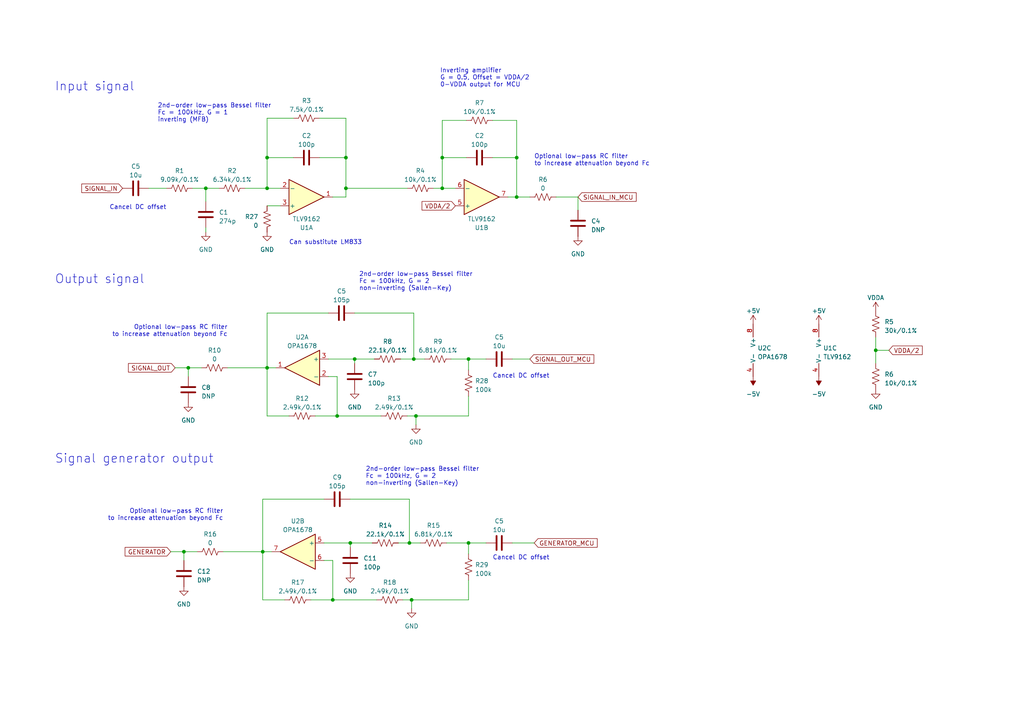
<source format=kicad_sch>
(kicad_sch (version 20230121) (generator eeschema)
  (paper "A4")
  (title_block (title "DSP PAW add-on board") (date "2023-09-04") (rev "2") (company "bitgloo") (comment 1 "Released under the CERN Open Hardware Licence Version 2 - Strongly Reciprocal"))
  (lib_symbols
    (symbol "Amplifier_Operational:TLV9062xD" (pin_names (offset 0.127))
      (property "Reference" "U" (at 2.54 6.35 0))
      (property "Value" "TLV9062xD" (at 2.54 3.81 0))
      (symbol "TLV9062xD_1_1"
        (polyline (pts (xy 5.08 0) (xy -5.08 5.08) (xy -5.08 -5.08) (xy 5.08 0)) (stroke (width 0.254)) (fill (type background)))
        (pin output line (at 7.62 0 180) (length 2.54) (name "~") (number "1"))
        (pin input line (at -7.62 -2.54 0) (length 2.54) (name "-") (number "2"))
        (pin input line (at -7.62 2.54 0) (length 2.54) (name "+") (number "3"))
      )
      (symbol "TLV9062xD_2_1"
        (polyline (pts (xy 5.08 0) (xy -5.08 5.08) (xy -5.08 -5.08) (xy 5.08 0)) (stroke (width 0.254)) (fill (type background)))
        (pin input line (at -7.62 2.54 0) (length 2.54) (name "+") (number "5"))
        (pin input line (at -7.62 -2.54 0) (length 2.54) (name "-") (number "6"))
        (pin output line (at 7.62 0 180) (length 2.54) (name "~") (number "7"))
      )
      (symbol "TLV9062xD_3_1"
        (pin power_in line (at 0 -7.62 90) (length 3.81) (name "V-") (number "4"))
        (pin power_in line (at 0 7.62 270) (length 3.81) (name "V+") (number "8"))
      )
    )
    (symbol "Device:C" (pin_numbers hide) (pin_names (offset 0.254))
      (property "Reference" "C" (at 0.635 2.54 0))
      (property "Value" "C" (at 0.635 -2.54 0))
      (symbol "C_0_1"
        (polyline (pts (xy -2.032 -0.762) (xy 2.032 -0.762)) (stroke (width 0.508)))
        (polyline (pts (xy -2.032 0.762) (xy 2.032 0.762)) (stroke (width 0.508)))
      )
      (symbol "C_1_1"
        (pin passive line (at 0 3.81 270) (length 2.794) (name "~") (number "1"))
        (pin passive line (at 0 -3.81 90) (length 2.794) (name "~") (number "2"))
      )
    )
    (symbol "Device:R_US" (pin_numbers hide) (pin_names (offset 0))
      (property "Reference" "R" (at 2.54 0 90))
      (property "Value" "R_US" (at -2.54 0 90))
      (symbol "R_US_0_1"
        (polyline (pts (xy 0 -2.286) (xy 0 -2.54)))
        (polyline (pts (xy 0 2.286) (xy 0 2.54)))
        (polyline (pts (xy 0 -0.762) (xy 1.016 -1.143) (xy 0 -1.524) (xy -1.016 -1.905) (xy 0 -2.286)))
        (polyline (pts (xy 0 0.762) (xy 1.016 0.381) (xy 0 0) (xy -1.016 -0.381) (xy 0 -0.762)))
        (polyline (pts (xy 0 2.286) (xy 1.016 1.905) (xy 0 1.524) (xy -1.016 1.143) (xy 0 0.762)))
      )
      (symbol "R_US_1_1"
        (pin passive line (at 0 3.81 270) (length 1.27) (name "~") (number "1"))
        (pin passive line (at 0 -3.81 90) (length 1.27) (name "~") (number "2"))
      )
    )
    (symbol "power:+5V" (power) (pin_names (offset 0))
      (property "Value" "+5V" (at 0 3.556 0))
      (symbol "+5V_0_1"
        (polyline (pts (xy -0.762 1.27) (xy 0 2.54)))
        (polyline (pts (xy 0 0) (xy 0 2.54)))
        (polyline (pts (xy 0 2.54) (xy 0.762 1.27)))
      )
      (symbol "+5V_1_1"
        (pin power_in line (at 0 0 90) (length 0) hide (name "+5V") (number "1"))
      )
    )
    (symbol "power:-5V" (power) (pin_names (offset 0))
      (property "Value" "-5V" (at 0 3.81 0))
      (symbol "-5V_0_0"
        (pin power_in line (at 0 0 90) (length 0) hide (name "-5V") (number "1"))
      )
      (symbol "-5V_0_1"
        (polyline (pts (xy 0 0) (xy 0 1.27) (xy 0.762 1.27) (xy 0 2.54) (xy -0.762 1.27) (xy 0 1.27)) (fill (type outline)))
      )
    )
    (symbol "power:GND" (power) (pin_names (offset 0))
      (property "Value" "GND" (at 0 -3.81 0))
      (symbol "GND_0_1"
        (polyline (pts (xy 0 0) (xy 0 -1.27) (xy 1.27 -1.27) (xy 0 -2.54) (xy -1.27 -1.27) (xy 0 -1.27)))
      )
      (symbol "GND_1_1"
        (pin power_in line (at 0 0 270) (length 0) hide (name "GND") (number "1"))
      )
    )
    (symbol "power:VDDA" (power) (pin_names (offset 0))
      (property "Value" "VDDA" (at 0 3.81 0))
      (symbol "VDDA_0_1"
        (polyline (pts (xy -0.762 1.27) (xy 0 2.54)))
        (polyline (pts (xy 0 0) (xy 0 2.54)))
        (polyline (pts (xy 0 2.54) (xy 0.762 1.27)))
      )
      (symbol "VDDA_1_1"
        (pin power_in line (at 0 0 90) (length 0) hide (name "VDDA") (number "1"))
      )
    )
  )
  (junction (at 120.015 104.14))
  (junction (at 76.2 160.02))
  (junction (at 96.52 173.99))
  (junction (at 254 101.6))
  (junction (at 77.47 45.72))
  (junction (at 120.65 120.65))
  (junction (at 119.38 173.99))
  (junction (at 102.87 104.14))
  (junction (at 77.47 106.68))
  (junction (at 100.33 45.72))
  (junction (at 149.86 57.15))
  (junction (at 54.61 106.68))
  (junction (at 97.79 120.65))
  (junction (at 101.6 157.48))
  (junction (at 128.27 45.72))
  (junction (at 135.89 157.48))
  (junction (at 128.27 54.61))
  (junction (at 77.47 54.61))
  (junction (at 149.86 45.72))
  (junction (at 135.89 104.14))
  (junction (at 53.34 160.02))
  (junction (at 118.745 157.48))
  (junction (at 100.33 54.61))
  (junction (at 59.69 54.61))
  (wire (pts (xy 57.15 160.02) (xy 53.34 160.02)))
  (wire (pts (xy 161.29 57.15) (xy 167.64 57.15)))
  (wire (pts (xy 148.59 157.48) (xy 154.94 157.48)))
  (wire (pts (xy 55.88 54.61) (xy 59.69 54.61)))
  (wire (pts (xy 147.32 57.15) (xy 149.86 57.15)))
  (wire (pts (xy 77.47 106.68) (xy 77.47 120.65)))
  (wire (pts (xy 119.38 173.99) (xy 119.38 176.53)))
  (wire (pts (xy 100.33 34.29) (xy 100.33 45.72)))
  (wire (pts (xy 43.18 54.61) (xy 48.26 54.61)))
  (wire (pts (xy 148.59 104.14) (xy 153.67 104.14)))
  (wire (pts (xy 77.47 106.68) (xy 77.47 90.805)))
  (wire (pts (xy 81.28 59.69) (xy 77.47 59.69)))
  (wire (pts (xy 135.89 104.14) (xy 135.89 107.315)))
  (wire (pts (xy 85.09 45.72) (xy 77.47 45.72)))
  (wire (pts (xy 254 101.6) (xy 254 105.41)))
  (wire (pts (xy 102.87 104.14) (xy 102.87 105.41)))
  (wire (pts (xy 58.42 106.68) (xy 54.61 106.68)))
  (wire (pts (xy 118.745 144.78) (xy 118.745 157.48)))
  (wire (pts (xy 53.34 160.02) (xy 53.34 162.56)))
  (wire (pts (xy 50.8 106.68) (xy 54.61 106.68)))
  (wire (pts (xy 118.745 157.48) (xy 121.92 157.48)))
  (wire (pts (xy 59.69 66.04) (xy 59.69 67.31)))
  (wire (pts (xy 142.875 45.72) (xy 149.86 45.72)))
  (wire (pts (xy 135.89 168.275) (xy 135.89 173.99)))
  (wire (pts (xy 101.6 157.48) (xy 107.95 157.48)))
  (wire (pts (xy 54.61 106.68) (xy 54.61 109.22)))
  (wire (pts (xy 135.89 104.14) (xy 140.97 104.14)))
  (wire (pts (xy 97.79 120.65) (xy 110.49 120.65)))
  (wire (pts (xy 64.77 160.02) (xy 76.2 160.02)))
  (wire (pts (xy 77.47 120.65) (xy 83.82 120.65)))
  (wire (pts (xy 76.2 173.99) (xy 82.55 173.99)))
  (wire (pts (xy 76.2 160.02) (xy 76.2 144.78)))
  (wire (pts (xy 101.6 157.48) (xy 101.6 158.75)))
  (wire (pts (xy 149.86 45.72) (xy 149.86 57.15)))
  (wire (pts (xy 130.81 104.14) (xy 135.89 104.14)))
  (wire (pts (xy 66.04 106.68) (xy 77.47 106.68)))
  (wire (pts (xy 120.65 123.19) (xy 120.65 120.65)))
  (wire (pts (xy 76.2 144.78) (xy 93.98 144.78)))
  (wire (pts (xy 77.47 34.29) (xy 77.47 45.72)))
  (wire (pts (xy 135.89 157.48) (xy 140.97 157.48)))
  (wire (pts (xy 129.54 157.48) (xy 135.89 157.48)))
  (wire (pts (xy 96.52 173.99) (xy 109.22 173.99)))
  (wire (pts (xy 167.64 60.96) (xy 167.64 57.15)))
  (wire (pts (xy 128.27 45.72) (xy 135.255 45.72)))
  (wire (pts (xy 128.27 54.61) (xy 132.08 54.61)))
  (wire (pts (xy 49.53 160.02) (xy 53.34 160.02)))
  (wire (pts (xy 120.015 104.14) (xy 123.19 104.14)))
  (wire (pts (xy 96.52 162.56) (xy 96.52 173.99)))
  (wire (pts (xy 119.38 173.99) (xy 116.84 173.99)))
  (wire (pts (xy 149.86 57.15) (xy 153.67 57.15)))
  (wire (pts (xy 100.33 45.72) (xy 100.33 54.61)))
  (wire (pts (xy 149.86 34.925) (xy 149.86 45.72)))
  (wire (pts (xy 254 101.6) (xy 257.81 101.6)))
  (wire (pts (xy 95.25 104.14) (xy 102.87 104.14)))
  (wire (pts (xy 96.52 57.15) (xy 100.33 57.15)))
  (wire (pts (xy 59.69 54.61) (xy 59.69 58.42)))
  (wire (pts (xy 93.98 157.48) (xy 101.6 157.48)))
  (wire (pts (xy 120.65 120.65) (xy 118.11 120.65)))
  (wire (pts (xy 76.2 160.02) (xy 78.74 160.02)))
  (wire (pts (xy 101.6 144.78) (xy 118.745 144.78)))
  (wire (pts (xy 77.47 54.61) (xy 81.28 54.61)))
  (wire (pts (xy 125.73 54.61) (xy 128.27 54.61)))
  (wire (pts (xy 100.33 54.61) (xy 100.33 57.15)))
  (wire (pts (xy 77.47 106.68) (xy 80.01 106.68)))
  (wire (pts (xy 254 97.79) (xy 254 101.6)))
  (wire (pts (xy 116.205 104.14) (xy 120.015 104.14)))
  (wire (pts (xy 95.25 109.22) (xy 97.79 109.22)))
  (wire (pts (xy 85.09 34.29) (xy 77.47 34.29)))
  (wire (pts (xy 128.27 34.925) (xy 128.27 45.72)))
  (wire (pts (xy 77.47 90.805) (xy 95.25 90.805)))
  (wire (pts (xy 115.57 157.48) (xy 118.745 157.48)))
  (wire (pts (xy 135.89 114.935) (xy 135.89 120.65)))
  (wire (pts (xy 93.98 162.56) (xy 96.52 162.56)))
  (wire (pts (xy 135.89 157.48) (xy 135.89 160.655)))
  (wire (pts (xy 71.12 54.61) (xy 77.47 54.61)))
  (wire (pts (xy 100.33 54.61) (xy 118.11 54.61)))
  (wire (pts (xy 135.89 173.99) (xy 119.38 173.99)))
  (wire (pts (xy 135.89 120.65) (xy 120.65 120.65)))
  (wire (pts (xy 102.87 104.14) (xy 108.585 104.14)))
  (wire (pts (xy 77.47 45.72) (xy 77.47 54.61)))
  (wire (pts (xy 92.71 34.29) (xy 100.33 34.29)))
  (wire (pts (xy 91.44 120.65) (xy 97.79 120.65)))
  (wire (pts (xy 128.27 45.72) (xy 128.27 54.61)))
  (wire (pts (xy 97.79 109.22) (xy 97.79 120.65)))
  (wire (pts (xy 90.17 173.99) (xy 96.52 173.99)))
  (wire (pts (xy 135.255 34.925) (xy 128.27 34.925)))
  (wire (pts (xy 59.69 54.61) (xy 63.5 54.61)))
  (wire (pts (xy 142.875 34.925) (xy 149.86 34.925)))
  (wire (pts (xy 120.015 90.805) (xy 120.015 104.14)))
  (wire (pts (xy 102.87 90.805) (xy 120.015 90.805)))
  (wire (pts (xy 76.2 160.02) (xy 76.2 173.99)))
  (wire (pts (xy 92.71 45.72) (xy 100.33 45.72)))
  (text "Cancel DC offset" (at 31.75 60.96 0) (effects (font (size 1.27 1.27)) (justify left bottom)))
  (text "2nd-order low-pass Bessel filter\nFc = 100kHz, G = 2\nnon-inverting (Sallen-Key)" (at 104.14 84.455 0) (effects (font (size 1.27 1.27)) (justify left bottom)))
  (text "Optional low-pass RC filter\nto increase attenuation beyond Fc" (at 154.94 48.26 0) (effects (font (size 1.27 1.27)) (justify left bottom)))
  (text "2nd-order low-pass Bessel filter\nFc = 100kHz, G = 1\ninverting (MFB)" (at 45.72 35.56 0) (effects (font (size 1.27 1.27)) (justify left bottom)))
  (text "Cancel DC offset" (at 142.875 162.56 0) (effects (font (size 1.27 1.27)) (justify left bottom)))
  (text "Cancel DC offset" (at 142.875 109.855 0) (effects (font (size 1.27 1.27)) (justify left bottom)))
  (text "Inverting amplifier\nG = 0.5, Offset = VDDA/2\n0-VDDA output for MCU" (at 127.635 25.4 0) (effects (font (size 1.27 1.27)) (justify left bottom)))
  (text "Can substitute LM833" (at 83.82 71.12 0) (effects (font (size 1.27 1.27)) (justify left bottom)))
  (text "Signal generator output" (at 15.875 134.62 0) (effects (font (size 2.54 2.54)) (justify left bottom)))
  (text "2nd-order low-pass Bessel filter\nFc = 100kHz, G = 2\nnon-inverting (Sallen-Key)" (at 106.045 140.97 0) (effects (font (size 1.27 1.27)) (justify left bottom)))
  (text "Optional low-pass RC filter\nto increase attenuation beyond Fc" (at 66.04 97.79 0) (effects (font (size 1.27 1.27)) (justify right bottom)))
  (text "Input signal" (at 15.875 26.67 0) (effects (font (size 2.54 2.54)) (justify left bottom)))
  (text "Optional low-pass RC filter\nto increase attenuation beyond Fc" (at 64.77 151.13 0) (effects (font (size 1.27 1.27)) (justify right bottom)))
  (text "Output signal" (at 15.875 82.55 0) (effects (font (size 2.54 2.54)) (justify left bottom)))
  (global_label "GENERATOR" (shape input) (at 49.53 160.02 180) (property "Intersheetrefs" "${INTERSHEET_REFS}" (effects hide)))
  (global_label "SIGNAL_IN_MCU" (shape input) (at 167.64 57.15 0) (property "Intersheetrefs" "${INTERSHEET_REFS}" (effects hide)))
  (global_label "VDDA{slash}2" (shape input) (at 257.81 101.6 0) (property "Intersheetrefs" "${INTERSHEET_REFS}" (effects hide)))
  (global_label "GENERATOR_MCU" (shape input) (at 154.94 157.48 0) (property "Intersheetrefs" "${INTERSHEET_REFS}" (effects hide)))
  (global_label "SIGNAL_OUT_MCU" (shape input) (at 153.67 104.14 0) (property "Intersheetrefs" "${INTERSHEET_REFS}" (effects hide)))
  (global_label "VDDA{slash}2" (shape input) (at 132.08 59.69 180) (property "Intersheetrefs" "${INTERSHEET_REFS}" (effects hide)))
  (global_label "SIGNAL_IN" (shape input) (at 35.56 54.61 180) (property "Intersheetrefs" "${INTERSHEET_REFS}" (effects hide)))
  (global_label "SIGNAL_OUT" (shape input) (at 50.8 106.68 180) (property "Intersheetrefs" "${INTERSHEET_REFS}" (effects hide)))
  (symbol (lib_id "power:GND") (at 102.87 113.03 0) (unit 1)
    (property "Reference" "#PWR02" (effects hide))
    (property "Value" "GND" (at 102.87 118.11 0))
    (instances (project "DSP PAW add-on board" (path "" (reference "#PWR02") (unit 1)) (path "" (reference "#PWR09") (unit 1))))
  )
  (symbol (lib_id "Device:R_US") (at 121.92 54.61 90) (unit 1)
    (property "Reference" "R4" (at 121.92 49.53 90))
    (property "Value" "10k/0.1%" (at 121.92 52.07 90))
    (property "Footprint" "Resistor_SMD:R_0603_1608Metric" (effects hide))
    (instances (project "DSP PAW add-on board" (path "" (reference "R4") (unit 1)) (path "" (reference "R5") (unit 1))))
  )
  (symbol (lib_id "Device:R_US") (at 86.36 173.99 90) (unit 1)
    (property "Reference" "R17" (at 86.36 168.91 90))
    (property "Value" "2.49k/0.1%" (at 86.36 171.45 90))
    (property "Footprint" "Resistor_SMD:R_0603_1608Metric" (effects hide))
    (property "Part Number" "RT0603DRE072K49L" (effects hide))
    (property "LCSC Part #" "C861299" (effects hide))
  )
  (symbol (lib_id "Amplifier_Operational:TLV9062xD") (at 86.36 160.02 0) (mirror y) (unit 2)
    (property "Reference" "U2" (at 86.36 151.13 0))
    (property "Value" "OPA1678" (at 86.36 153.67 0))
    (property "Footprint" "Package_SO:SOIC-8_3.9x4.9mm_P1.27mm" (effects hide))
    (property "Part Number" "OPA1652AID" (effects hide))
    (property "LCSC Part #" "C192421" (effects hide))
  )
  (symbol (lib_id "Amplifier_Operational:TLV9062xD") (at 218.44 101.6 0) (unit 3)
    (property "Reference" "U2" (at 219.71 100.965 0) (effects (justify left)))
    (property "Value" "OPA1678" (at 219.71 103.505 0) (effects (justify left)))
    (property "Footprint" "Package_SO:SOIC-8_3.9x4.9mm_P1.27mm" (effects hide))
    (property "Part Number" "OPA1652AID" (effects hide))
    (property "LCSC Part #" "C192421" (effects hide))
  )
  (symbol (lib_id "power:GND") (at 59.69 67.31 0) (unit 1)
    (property "Reference" "#PWR01" (effects hide))
    (property "Value" "GND" (at 59.69 72.39 0))
  )
  (symbol (lib_id "Device:C") (at 59.69 62.23 0) (unit 1)
    (property "Reference" "C1" (at 63.5 61.595 0) (effects (justify left)))
    (property "Value" "274p" (at 63.5 64.135 0) (effects (justify left)))
    (property "Footprint" "Capacitor_SMD:C_0603_1608Metric" (effects hide))
    (property "Part Number" "CC0603KRX7R9BB271" (effects hide))
    (property "LCSC Part #" "C107084" (effects hide))
    (instances (project "DSP PAW add-on board" (path "" (reference "C1") (unit 1)) (path "" (reference "C3") (unit 1))))
  )
  (symbol (lib_id "power:GND") (at 167.64 68.58 0) (unit 1)
    (property "Reference" "#PWR02" (effects hide))
    (property "Value" "GND" (at 167.64 73.66 0))
    (instances (project "DSP PAW add-on board" (path "" (reference "#PWR02") (unit 1)) (path "" (reference "#PWR03") (unit 1))))
  )
  (symbol (lib_id "power:-5V") (at 237.49 109.22 180) (unit 1)
    (property "Reference" "#PWR08" (effects hide))
    (property "Value" "-5V" (at 237.49 114.3 0))
  )
  (symbol (lib_id "power:GND") (at 101.6 166.37 0) (unit 1)
    (property "Reference" "#PWR02" (effects hide))
    (property "Value" "GND" (at 101.6 171.45 0))
    (instances (project "DSP PAW add-on board" (path "" (reference "#PWR02") (unit 1)) (path "" (reference "#PWR013") (unit 1))))
  )
  (symbol (lib_id "Device:R_US") (at 52.07 54.61 90) (unit 1)
    (property "Reference" "R1" (at 52.07 49.53 90))
    (property "Value" "9.09k/0.1%" (at 52.07 52.07 90))
    (property "Footprint" "Resistor_SMD:R_0603_1608Metric" (effects hide))
    (property "Part Number" "RT0603DRE079K09L" (effects hide))
    (property "LCSC Part #" "C861611" (effects hide))
    (instances (project "DSP PAW add-on board" (path "" (reference "R1") (unit 1)) (path "" (reference "R3") (unit 1))))
  )
  (symbol (lib_id "Device:R_US") (at 127 104.14 90) (unit 1)
    (property "Reference" "R9" (at 127 99.06 90))
    (property "Value" "6.81k/0.1%" (at 127 101.6 90))
    (property "Footprint" "Resistor_SMD:R_0603_1608Metric" (effects hide))
    (property "Part Number" "RT0603DRE076K81L" (effects hide))
    (property "LCSC Part #" "C326739" (effects hide))
  )
  (symbol (lib_id "Device:C") (at 139.065 45.72 90) (unit 1)
    (property "Reference" "C2" (at 139.065 39.37 90))
    (property "Value" "100p" (at 139.065 41.91 90))
    (property "Footprint" "Capacitor_SMD:C_0603_1608Metric" (effects hide))
    (property "Part Number" "CC0603KPX7R9BB101" (effects hide))
    (property "LCSC Part #" "C160903" (effects hide))
    (instances (project "DSP PAW add-on board" (path "" (reference "C2") (unit 1)) (path "" (reference "C22") (unit 1))))
  )
  (symbol (lib_id "Device:R_US") (at 87.63 120.65 90) (unit 1)
    (property "Reference" "R12" (at 87.63 115.57 90))
    (property "Value" "2.49k/0.1%" (at 87.63 118.11 90))
    (property "Footprint" "Resistor_SMD:R_0603_1608Metric" (effects hide))
    (property "Part Number" "RT0603DRE072K49L" (effects hide))
    (property "LCSC Part #" "C861299" (effects hide))
  )
  (symbol (lib_id "Device:R_US") (at 77.47 63.5 0) (mirror x) (unit 1)
    (property "Reference" "R27" (at 74.93 62.865 0) (effects (justify right)))
    (property "Value" "0" (at 74.93 65.405 0) (effects (justify right)))
    (property "Footprint" "Resistor_SMD:R_0603_1608Metric" (effects hide))
    (property "Part Number" "RMCF0603ZT0R00" (effects hide))
    (property "LCSC Part #" "C21189" (effects hide))
  )
  (symbol (lib_id "power:GND") (at 254 113.03 0) (unit 1)
    (property "Reference" "#PWR05" (effects hide))
    (property "Value" "GND" (at 254 118.11 0))
    (instances (project "DSP PAW add-on board" (path "" (reference "#PWR05") (unit 1)) (path "" (reference "#PWR010") (unit 1))))
  )
  (symbol (lib_id "Device:C") (at 53.34 166.37 180) (unit 1)
    (property "Reference" "C12" (at 57.15 165.735 0) (effects (justify right)))
    (property "Value" "DNP" (at 57.15 168.275 0) (effects (justify right)))
    (property "Footprint" "Capacitor_SMD:C_0603_1608Metric" (effects hide))
    (property "DNP" "T" (effects hide))
  )
  (symbol (lib_id "Amplifier_Operational:TLV9062xD") (at 87.63 106.68 0) (mirror y) (unit 1)
    (property "Reference" "U2" (at 87.63 97.79 0))
    (property "Value" "OPA1678" (at 87.63 100.33 0))
    (property "Footprint" "Package_SO:SOIC-8_3.9x4.9mm_P1.27mm" (effects hide))
    (property "Part Number" "OPA1652AID" (effects hide))
    (property "LCSC Part #" "C192421" (effects hide))
  )
  (symbol (lib_id "Device:C") (at 54.61 113.03 180) (unit 1)
    (property "Reference" "C8" (at 58.42 112.395 0) (effects (justify right)))
    (property "Value" "DNP" (at 58.42 114.935 0) (effects (justify right)))
    (property "Footprint" "Capacitor_SMD:C_0603_1608Metric" (effects hide))
    (property "DNP" "T" (effects hide))
  )
  (symbol (lib_id "Device:C") (at 88.9 45.72 90) (unit 1)
    (property "Reference" "C2" (at 88.9 39.37 90))
    (property "Value" "100p" (at 88.9 41.91 90))
    (property "Footprint" "Capacitor_SMD:C_0603_1608Metric" (effects hide))
    (property "Part Number" "CC0603KPX7R9BB101" (effects hide))
    (property "LCSC Part #" "C160903" (effects hide))
    (instances (project "DSP PAW add-on board" (path "" (reference "C2") (unit 1)) (path "" (reference "C1") (unit 1))))
  )
  (symbol (lib_id "Device:C") (at 102.87 109.22 0) (unit 1)
    (property "Reference" "C7" (at 106.68 108.585 0) (effects (justify left)))
    (property "Value" "100p" (at 106.68 111.125 0) (effects (justify left)))
    (property "Footprint" "Capacitor_SMD:C_0603_1608Metric" (effects hide))
    (property "Part Number" "CC0603KPX7R9BB101" (effects hide))
    (property "LCSC Part #" "C160903" (effects hide))
  )
  (symbol (lib_id "power:GND") (at 77.47 67.31 0) (unit 1)
    (property "Reference" "#PWR02" (effects hide))
    (property "Value" "GND" (at 77.47 72.39 0))
  )
  (symbol (lib_id "Device:C") (at 99.06 90.805 90) (unit 1)
    (property "Reference" "C5" (at 99.06 84.455 90))
    (property "Value" "105p" (at 99.06 86.995 90))
    (property "Footprint" "Capacitor_SMD:C_0603_1608Metric" (effects hide))
    (property "Part Number" "CC0603KPX7R9BB101" (effects hide))
    (property "LCSC Part #" "C160903" (effects hide))
  )
  (symbol (lib_id "Device:R_US") (at 135.89 164.465 180) (unit 1)
    (property "Reference" "R29" (at 137.795 163.83 0) (effects (justify right)))
    (property "Value" "100k" (at 137.795 166.37 0) (effects (justify right)))
    (property "Footprint" "Resistor_SMD:R_0603_1608Metric" (effects hide))
  )
  (symbol (lib_id "Device:R_US") (at 67.31 54.61 90) (unit 1)
    (property "Reference" "R2" (at 67.31 49.53 90))
    (property "Value" "6.34k/0.1%" (at 67.31 52.07 90))
    (property "Footprint" "Resistor_SMD:R_0603_1608Metric" (effects hide))
    (property "Part Number" "RT0603DRE076K34L" (effects hide))
    (property "LCSC Part #" "C861532" (effects hide))
    (instances (project "DSP PAW add-on board" (path "" (reference "R2") (unit 1)) (path "" (reference "R4") (unit 1))))
  )
  (symbol (lib_id "Device:R_US") (at 62.23 106.68 90) (unit 1)
    (property "Reference" "R10" (at 62.23 101.6 90))
    (property "Value" "0" (at 62.23 104.14 90))
    (property "Footprint" "Resistor_SMD:R_0603_1608Metric" (effects hide))
    (property "Part Number" "RMCF0603ZT0R00" (effects hide))
    (property "LCSC Part #" "C21189" (effects hide))
  )
  (symbol (lib_id "power:VDDA") (at 254 90.17 0) (unit 1)
    (property "Reference" "#PWR06" (effects hide))
    (property "Value" "VDDA" (at 254 86.36 0))
    (instances (project "DSP PAW add-on board" (path "" (reference "#PWR06") (unit 1)) (path "" (reference "#PWR04") (unit 1))))
  )
  (symbol (lib_id "Device:R_US") (at 125.73 157.48 90) (unit 1)
    (property "Reference" "R15" (at 125.73 152.4 90))
    (property "Value" "6.81k/0.1%" (at 125.73 154.94 90))
    (property "Footprint" "Resistor_SMD:R_0603_1608Metric" (effects hide))
    (property "Part Number" "RT0603DRE076K81L" (effects hide))
    (property "LCSC Part #" "C326739" (effects hide))
  )
  (symbol (lib_id "power:+5V") (at 218.44 93.98 0) (unit 1)
    (property "Reference" "#PWR07" (effects hide))
    (property "Value" "+5V" (at 218.44 90.17 0))
    (instances (project "DSP PAW add-on board" (path "" (reference "#PWR07") (unit 1)) (path "" (reference "#PWR05") (unit 1))))
  )
  (symbol (lib_id "Device:C") (at 101.6 162.56 0) (unit 1)
    (property "Reference" "C11" (at 105.41 161.925 0) (effects (justify left)))
    (property "Value" "100p" (at 105.41 164.465 0) (effects (justify left)))
    (property "Footprint" "Capacitor_SMD:C_0603_1608Metric" (effects hide))
    (property "Part Number" "CC0603KPX7R9BB101" (effects hide))
    (property "LCSC Part #" "C160903" (effects hide))
  )
  (symbol (lib_id "Device:R_US") (at 139.065 34.925 90) (unit 1)
    (property "Reference" "R7" (at 139.065 29.845 90))
    (property "Value" "10k/0.1%" (at 139.065 32.385 90))
    (property "Footprint" "Resistor_SMD:R_0603_1608Metric" (effects hide))
    (property "Part Number" "RN73R1JTTD1002B25" (effects hide))
    (property "LCSC Part #" "C319939" (effects hide))
    (instances (project "DSP PAW add-on board" (path "" (reference "R7") (unit 1)) (path "" (reference "R2") (unit 1))))
  )
  (symbol (lib_id "power:+5V") (at 237.49 93.98 0) (unit 1)
    (property "Reference" "#PWR07" (effects hide))
    (property "Value" "+5V" (at 237.49 90.17 0))
    (instances (project "DSP PAW add-on board" (path "" (reference "#PWR07") (unit 1)) (path "" (reference "#PWR06") (unit 1))))
  )
  (symbol (lib_id "Device:C") (at 167.64 64.77 0) (unit 1)
    (property "Reference" "C4" (at 171.45 64.135 0) (effects (justify left)))
    (property "Value" "DNP" (at 171.45 66.675 0) (effects (justify left)))
    (property "Footprint" "Capacitor_SMD:C_0603_1608Metric" (effects hide))
    (property "DNP" "T" (effects hide))
  )
  (symbol (lib_id "Amplifier_Operational:TLV9062xD") (at 237.49 101.6 0) (unit 3)
    (property "Reference" "U1" (at 238.76 100.965 0) (effects (justify left)))
    (property "Value" "TLV9162" (at 238.76 103.505 0) (effects (justify left)))
    (property "Footprint" "Package_SO:SOIC-8_3.9x4.9mm_P1.27mm" (effects hide))
    (property "Datasheet" "https://www.ti.com/lit/ds/symlink/tlv9162.pdf" (effects hide))
    (property "Part Number" "TLV9162IDR" (effects hide))
    (property "LCSC Part #" "C54272" (effects hide))
  )
  (symbol (lib_id "power:GND") (at 53.34 170.18 0) (unit 1)
    (property "Reference" "#PWR01" (effects hide))
    (property "Value" "GND" (at 53.34 175.26 0))
    (instances (project "DSP PAW add-on board" (path "" (reference "#PWR01") (unit 1)) (path "" (reference "#PWR014") (unit 1))))
  )
  (symbol (lib_id "power:-5V") (at 218.44 109.22 180) (unit 1)
    (property "Reference" "#PWR08" (effects hide))
    (property "Value" "-5V" (at 218.44 114.3 0))
    (instances (project "DSP PAW add-on board" (path "" (reference "#PWR08") (unit 1)) (path "" (reference "#PWR07") (unit 1))))
  )
  (symbol (lib_id "Device:R_US") (at 60.96 160.02 90) (unit 1)
    (property "Reference" "R16" (at 60.96 154.94 90))
    (property "Value" "0" (at 60.96 157.48 90))
    (property "Footprint" "Resistor_SMD:R_0603_1608Metric" (effects hide))
    (property "Part Number" "RMCF0603ZT0R00" (effects hide))
    (property "LCSC Part #" "C21189" (effects hide))
  )
  (symbol (lib_id "Device:R_US") (at 112.395 104.14 90) (unit 1)
    (property "Reference" "R8" (at 112.395 99.06 90))
    (property "Value" "22.1k/0.1%" (at 112.395 101.6 90))
    (property "Footprint" "Resistor_SMD:R_0603_1608Metric" (effects hide))
    (property "Part Number" "RT0603DRE0722K1L" (effects hide))
    (property "LCSC Part #" "C861759" (effects hide))
  )
  (symbol (lib_id "Device:C") (at 144.78 157.48 90) (unit 1)
    (property "Reference" "C5" (at 144.78 151.13 90))
    (property "Value" "10u" (at 144.78 153.67 90))
    (property "Footprint" "Capacitor_SMD:C_0805_2012Metric" (effects hide))
    (property "Part Number" "CL21A106KOQNNNE" (effects hide))
    (property "LCSC Part #" "C15850" (effects hide))
    (instances (project "DSP PAW add-on board" (path "" (reference "C5") (unit 1)) (path "" (reference "C10") (unit 1))))
  )
  (symbol (lib_id "power:GND") (at 120.65 123.19 0) (unit 1)
    (property "Reference" "#PWR02" (effects hide))
    (property "Value" "GND" (at 120.65 128.27 0))
    (instances (project "DSP PAW add-on board" (path "" (reference "#PWR02") (unit 1)) (path "" (reference "#PWR012") (unit 1))))
  )
  (symbol (lib_id "power:GND") (at 119.38 176.53 0) (unit 1)
    (property "Reference" "#PWR02" (effects hide))
    (property "Value" "GND" (at 119.38 181.61 0))
    (instances (project "DSP PAW add-on board" (path "" (reference "#PWR02") (unit 1)) (path "" (reference "#PWR015") (unit 1))))
  )
  (symbol (lib_id "Device:R_US") (at 254 109.22 180) (unit 1)
    (property "Reference" "R6" (at 256.54 108.585 0) (effects (justify right)))
    (property "Value" "10k/0.1%" (at 256.54 111.125 0) (effects (justify right)))
    (property "Footprint" "Resistor_SMD:R_0603_1608Metric" (effects hide))
    (property "Part Number" "RN73R1JTTD1002B25" (effects hide))
    (property "LCSC Part #" "C319939" (effects hide))
    (instances (project "DSP PAW add-on board" (path "" (reference "R6") (unit 1)) (path "" (reference "R11") (unit 1))))
  )
  (symbol (lib_id "Amplifier_Operational:TLV9062xD") (at 139.7 57.15 0) (mirror x) (unit 2)
    (property "Reference" "U1" (at 139.7 66.04 0))
    (property "Value" "TLV9162" (at 139.7 63.5 0))
    (property "Footprint" "Package_SO:SOIC-8_3.9x4.9mm_P1.27mm" (effects hide))
    (property "Datasheet" "https://www.ti.com/lit/ds/symlink/tlv9162.pdf" (effects hide))
    (property "Part Number" "TLV9162IDR" (effects hide))
    (property "LCSC Part #" "C54272" (effects hide))
  )
  (symbol (lib_id "Device:R_US") (at 111.76 157.48 90) (unit 1)
    (property "Reference" "R14" (at 111.76 152.4 90))
    (property "Value" "22.1k/0.1%" (at 111.76 154.94 90))
    (property "Footprint" "Resistor_SMD:R_0603_1608Metric" (effects hide))
    (property "Part Number" "RT0603DRE0722K1L" (effects hide))
    (property "LCSC Part #" "C861759" (effects hide))
  )
  (symbol (lib_id "Device:C") (at 144.78 104.14 90) (unit 1)
    (property "Reference" "C5" (at 144.78 97.79 90))
    (property "Value" "10u" (at 144.78 100.33 90))
    (property "Footprint" "Capacitor_SMD:C_0805_2012Metric" (effects hide))
    (property "Part Number" "CL21A106KOQNNNE" (effects hide))
    (property "LCSC Part #" "C15850" (effects hide))
    (instances (project "DSP PAW add-on board" (path "" (reference "C5") (unit 1)) (path "" (reference "C6") (unit 1))))
  )
  (symbol (lib_id "Device:R_US") (at 157.48 57.15 90) (unit 1)
    (property "Reference" "R6" (at 157.48 52.07 90))
    (property "Value" "0" (at 157.48 54.61 90))
    (property "Footprint" "Resistor_SMD:R_0603_1608Metric" (effects hide))
    (property "Part Number" "RMCF0603ZT0R00" (effects hide))
    (property "LCSC Part #" "C21189" (effects hide))
  )
  (symbol (lib_id "power:GND") (at 54.61 116.84 0) (unit 1)
    (property "Reference" "#PWR01" (effects hide))
    (property "Value" "GND" (at 54.61 121.92 0))
    (instances (project "DSP PAW add-on board" (path "" (reference "#PWR01") (unit 1)) (path "" (reference "#PWR011") (unit 1))))
  )
  (symbol (lib_id "Device:R_US") (at 135.89 111.125 180) (unit 1)
    (property "Reference" "R28" (at 137.795 110.49 0) (effects (justify right)))
    (property "Value" "100k" (at 137.795 113.03 0) (effects (justify right)))
    (property "Footprint" "Resistor_SMD:R_0603_1608Metric" (effects hide))
  )
  (symbol (lib_id "Device:C") (at 39.37 54.61 90) (unit 1)
    (property "Reference" "C5" (at 39.37 48.26 90))
    (property "Value" "10u" (at 39.37 50.8 90))
    (property "Footprint" "Capacitor_SMD:C_0805_2012Metric" (effects hide))
    (property "Part Number" "CL21A106KOQNNNE" (effects hide))
    (property "LCSC Part #" "C15850" (effects hide))
    (instances (project "DSP PAW add-on board" (path "" (reference "C5") (unit 1)) (path "" (reference "C2") (unit 1))))
  )
  (symbol (lib_id "Device:R_US") (at 113.03 173.99 90) (unit 1)
    (property "Reference" "R18" (at 113.03 168.91 90))
    (property "Value" "2.49k/0.1%" (at 113.03 171.45 90))
    (property "Footprint" "Resistor_SMD:R_0603_1608Metric" (effects hide))
    (property "Part Number" "RT0603DRE072K49L" (effects hide))
    (property "LCSC Part #" "C861299" (effects hide))
  )
  (symbol (lib_id "Amplifier_Operational:TLV9062xD") (at 88.9 57.15 0) (mirror x) (unit 1)
    (property "Reference" "U1" (at 88.9 66.04 0))
    (property "Value" "TLV9162" (at 88.9 63.5 0))
    (property "Footprint" "Package_SO:SOIC-8_3.9x4.9mm_P1.27mm" (effects hide))
    (property "Datasheet" "https://www.ti.com/lit/ds/symlink/tlv9162.pdf" (effects hide))
    (property "Part Number" "TLV9162IDR" (effects hide))
    (property "LCSC Part #" "C54272" (effects hide))
  )
  (symbol (lib_id "Device:R_US") (at 254 93.98 180) (unit 1)
    (property "Reference" "R5" (at 256.54 93.345 0) (effects (justify right)))
    (property "Value" "30k/0.1%" (at 256.54 95.885 0) (effects (justify right)))
    (property "Footprint" "Resistor_SMD:R_0603_1608Metric" (effects hide))
    (instances (project "DSP PAW add-on board" (path "" (reference "R5") (unit 1)) (path "" (reference "R7") (unit 1))))
  )
  (symbol (lib_id "Device:R_US") (at 114.3 120.65 90) (unit 1)
    (property "Reference" "R13" (at 114.3 115.57 90))
    (property "Value" "2.49k/0.1%" (at 114.3 118.11 90))
    (property "Footprint" "Resistor_SMD:R_0603_1608Metric" (effects hide))
    (property "Part Number" "RT0603DRE072K49L" (effects hide))
    (property "LCSC Part #" "C861299" (effects hide))
  )
  (symbol (lib_id "Device:C") (at 97.79 144.78 90) (unit 1)
    (property "Reference" "C9" (at 97.79 138.43 90))
    (property "Value" "105p" (at 97.79 140.97 90))
    (property "Footprint" "Capacitor_SMD:C_0603_1608Metric" (effects hide))
    (property "Part Number" "CC0603KPX7R9BB101" (effects hide))
    (property "LCSC Part #" "C160903" (effects hide))
  )
  (symbol (lib_id "Device:R_US") (at 88.9 34.29 90) (unit 1)
    (property "Reference" "R3" (at 88.9 29.21 90))
    (property "Value" "7.5k/0.1%" (at 88.9 31.75 90))
    (property "Footprint" "Resistor_SMD:R_0603_1608Metric" (effects hide))
    (instances (project "DSP PAW add-on board" (path "" (reference "R3") (unit 1)) (path "" (reference "R1") (unit 1))))
  )
)
</source>
